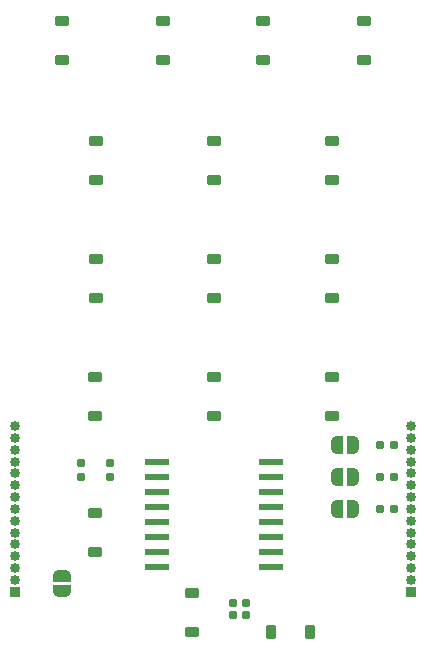
<source format=gbr>
%TF.GenerationSoftware,KiCad,Pcbnew,8.0.1*%
%TF.CreationDate,2024-03-24T18:55:33-05:00*%
%TF.ProjectId,TTWR Keypad,54545752-204b-4657-9970-61642e6b6963,V01*%
%TF.SameCoordinates,Original*%
%TF.FileFunction,Soldermask,Bot*%
%TF.FilePolarity,Negative*%
%FSLAX46Y46*%
G04 Gerber Fmt 4.6, Leading zero omitted, Abs format (unit mm)*
G04 Created by KiCad (PCBNEW 8.0.1) date 2024-03-24 18:55:33*
%MOMM*%
%LPD*%
G01*
G04 APERTURE LIST*
G04 Aperture macros list*
%AMRoundRect*
0 Rectangle with rounded corners*
0 $1 Rounding radius*
0 $2 $3 $4 $5 $6 $7 $8 $9 X,Y pos of 4 corners*
0 Add a 4 corners polygon primitive as box body*
4,1,4,$2,$3,$4,$5,$6,$7,$8,$9,$2,$3,0*
0 Add four circle primitives for the rounded corners*
1,1,$1+$1,$2,$3*
1,1,$1+$1,$4,$5*
1,1,$1+$1,$6,$7*
1,1,$1+$1,$8,$9*
0 Add four rect primitives between the rounded corners*
20,1,$1+$1,$2,$3,$4,$5,0*
20,1,$1+$1,$4,$5,$6,$7,0*
20,1,$1+$1,$6,$7,$8,$9,0*
20,1,$1+$1,$8,$9,$2,$3,0*%
%AMFreePoly0*
4,1,19,0.500000,-0.750000,0.000000,-0.750000,0.000000,-0.744911,-0.071157,-0.744911,-0.207708,-0.704816,-0.327430,-0.627875,-0.420627,-0.520320,-0.479746,-0.390866,-0.500000,-0.250000,-0.500000,0.250000,-0.479746,0.390866,-0.420627,0.520320,-0.327430,0.627875,-0.207708,0.704816,-0.071157,0.744911,0.000000,0.744911,0.000000,0.750000,0.500000,0.750000,0.500000,-0.750000,0.500000,-0.750000,
$1*%
%AMFreePoly1*
4,1,19,0.000000,0.744911,0.071157,0.744911,0.207708,0.704816,0.327430,0.627875,0.420627,0.520320,0.479746,0.390866,0.500000,0.250000,0.500000,-0.250000,0.479746,-0.390866,0.420627,-0.520320,0.327430,-0.627875,0.207708,-0.704816,0.071157,-0.744911,0.000000,-0.744911,0.000000,-0.750000,-0.500000,-0.750000,-0.500000,0.750000,0.000000,0.750000,0.000000,0.744911,0.000000,0.744911,
$1*%
G04 Aperture macros list end*
%ADD10FreePoly0,0.000000*%
%ADD11FreePoly1,0.000000*%
%ADD12RoundRect,0.160000X-0.197500X-0.160000X0.197500X-0.160000X0.197500X0.160000X-0.197500X0.160000X0*%
%ADD13RoundRect,0.225000X-0.375000X0.225000X-0.375000X-0.225000X0.375000X-0.225000X0.375000X0.225000X0*%
%ADD14R,2.082800X0.533400*%
%ADD15RoundRect,0.160000X-0.160000X0.197500X-0.160000X-0.197500X0.160000X-0.197500X0.160000X0.197500X0*%
%ADD16R,0.850000X0.850000*%
%ADD17O,0.850000X0.850000*%
%ADD18FreePoly0,270.000000*%
%ADD19FreePoly1,270.000000*%
%ADD20RoundRect,0.155000X-0.212500X-0.155000X0.212500X-0.155000X0.212500X0.155000X-0.212500X0.155000X0*%
%ADD21RoundRect,0.225000X0.375000X-0.225000X0.375000X0.225000X-0.375000X0.225000X-0.375000X-0.225000X0*%
%ADD22RoundRect,0.225000X-0.225000X-0.375000X0.225000X-0.375000X0.225000X0.375000X-0.225000X0.375000X0*%
G04 APERTURE END LIST*
D10*
%TO.C,JP2*%
X178275000Y-83325000D03*
D11*
X179575000Y-83325000D03*
%TD*%
D12*
%TO.C,R3*%
X181880000Y-80625000D03*
X183075000Y-80625000D03*
%TD*%
%TO.C,R5*%
X181880000Y-86025000D03*
X183075000Y-86025000D03*
%TD*%
D10*
%TO.C,JP1*%
X178275000Y-80625000D03*
D11*
X179575000Y-80625000D03*
%TD*%
D12*
%TO.C,R4*%
X181880000Y-83325000D03*
X183075000Y-83325000D03*
%TD*%
D10*
%TO.C,JP3*%
X178275000Y-86025000D03*
D11*
X179575000Y-86025000D03*
%TD*%
D13*
%TO.C,D8*%
X157775000Y-86375000D03*
X157775000Y-89675000D03*
%TD*%
D14*
%TO.C,U17*%
X172663700Y-82055000D03*
X172663700Y-83325000D03*
X172663700Y-84595000D03*
X172663700Y-85865000D03*
X172663700Y-87135000D03*
X172663700Y-88405000D03*
X172663700Y-89675000D03*
X172663700Y-90945000D03*
X162986300Y-90945000D03*
X162986300Y-89675000D03*
X162986300Y-88405000D03*
X162986300Y-87135000D03*
X162986300Y-85865000D03*
X162986300Y-84595000D03*
X162986300Y-83325000D03*
X162986300Y-82055000D03*
%TD*%
D15*
%TO.C,R1*%
X159025000Y-82127500D03*
X159025000Y-83322500D03*
%TD*%
D16*
%TO.C,J2*%
X151000000Y-93000000D03*
D17*
X151000000Y-92000000D03*
X151000000Y-91000000D03*
X151000000Y-90000000D03*
X151000000Y-89000000D03*
X151000000Y-88000000D03*
X151000000Y-87000000D03*
X151000000Y-86000000D03*
X151000000Y-85000000D03*
X151000000Y-84000000D03*
X151000000Y-83000000D03*
X151000000Y-82000000D03*
X151000000Y-81000000D03*
X151000000Y-80000000D03*
X151000000Y-79000000D03*
%TD*%
D16*
%TO.C,J1*%
X184500000Y-93000000D03*
D17*
X184500000Y-92000000D03*
X184500000Y-91000000D03*
X184500000Y-90000000D03*
X184500000Y-89000000D03*
X184500000Y-88000000D03*
X184500000Y-87000000D03*
X184500000Y-86000000D03*
X184500000Y-85000000D03*
X184500000Y-84000000D03*
X184500000Y-83000000D03*
X184500000Y-82000000D03*
X184500000Y-81000000D03*
X184500000Y-80000000D03*
X184500000Y-79000000D03*
%TD*%
D15*
%TO.C,R2*%
X156550000Y-82127500D03*
X156550000Y-83322500D03*
%TD*%
D18*
%TO.C,JP4*%
X155000000Y-91675000D03*
D19*
X155000000Y-92975000D03*
%TD*%
D20*
%TO.C,C1*%
X169407500Y-94000000D03*
X170542500Y-94000000D03*
%TD*%
D21*
%TO.C,D2*%
X157809000Y-54850000D03*
X157809000Y-58150000D03*
%TD*%
%TO.C,D7*%
X167825000Y-64850000D03*
X167825000Y-68150000D03*
%TD*%
D13*
%TO.C,D15*%
X177850000Y-78144800D03*
X177850000Y-74844800D03*
%TD*%
D21*
%TO.C,D6*%
X167825000Y-58150000D03*
X167825000Y-54850000D03*
%TD*%
D20*
%TO.C,C2*%
X169407500Y-95000000D03*
X170542500Y-95000000D03*
%TD*%
D22*
%TO.C,D16*%
X175975000Y-96450000D03*
X172675000Y-96450000D03*
%TD*%
D21*
%TO.C,D10*%
X177850000Y-58144800D03*
X177850000Y-54844800D03*
%TD*%
%TO.C,D9*%
X172000000Y-48000000D03*
X172000000Y-44700000D03*
%TD*%
%TO.C,D13*%
X180500000Y-48000000D03*
X180500000Y-44700000D03*
%TD*%
%TO.C,D1*%
X155000000Y-48000000D03*
X155000000Y-44700000D03*
%TD*%
%TO.C,D4*%
X157800000Y-78150000D03*
X157800000Y-74850000D03*
%TD*%
%TO.C,D3*%
X157809000Y-68150000D03*
X157809000Y-64850000D03*
%TD*%
%TO.C,D12*%
X165975000Y-93150000D03*
X165975000Y-96450000D03*
%TD*%
%TO.C,D5*%
X163500000Y-48000000D03*
X163500000Y-44700000D03*
%TD*%
D13*
%TO.C,D11*%
X167825000Y-78150000D03*
X167825000Y-74850000D03*
%TD*%
%TO.C,D14*%
X177850000Y-64844800D03*
X177850000Y-68144800D03*
%TD*%
M02*

</source>
